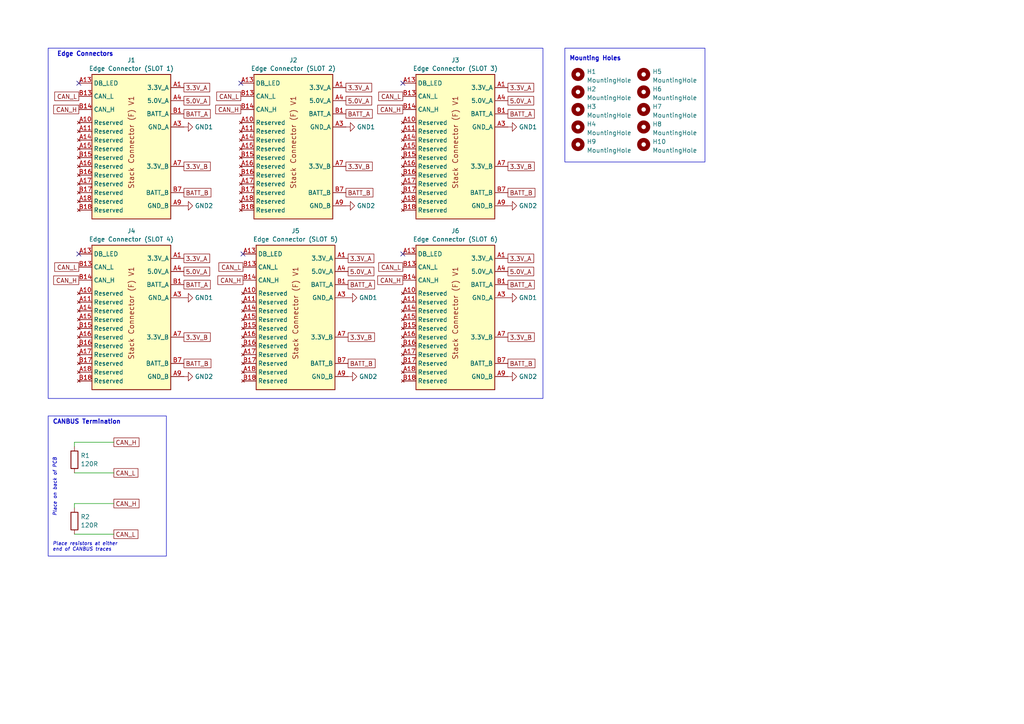
<source format=kicad_sch>
(kicad_sch (version 20230121) (generator eeschema)
  (paper "A4")
  (title_block (title "QRET 23-25 SRAD Backplane PCB") (date "2025-02-11") (rev "1.1") (company "Queen's Rocket Engineering Team") (comment 1 "Contributors: Kennan Bays, Owen Price") (comment 4 "GRID = 1.27mm"))
  (lib_symbols
    (symbol "Device:R" (pin_numbers hide) (pin_names (offset 0))
      (property "Reference" "R" (at 2.032 0 90))
      (property "Value" "R" (at 0 0 90))
      (symbol "R_0_1"
        (rectangle (start -1.016 -2.54) (end 1.016 2.54) (stroke (width 0.254)))
      )
      (symbol "R_1_1"
        (pin passive line (at 0 3.81 270) (length 1.27) (name "~") (number "1"))
        (pin passive line (at 0 -3.81 90) (length 1.27) (name "~") (number "2"))
      )
    )
    (symbol "EdgeConnector:Stack Female Edge Connector"
      (property "Reference" "J" (at -8.89 22.86 0))
      (property "Value" "Stack Female Edge Connector" (at 6.35 22.86 0))
      (symbol "Stack Female Edge Connector_0_1"
        (rectangle (start -11.43 21.59) (end 11.43 -20.32) (stroke (width 0.254)) (fill (type background)))
      )
      (symbol "Stack Female Edge Connector_1_1"
        (text "Stack Connector (F) V1" (at 0 1.905 900) (effects (font (size 1.5 1.5))))
        (pin power_in line (at 15.24 17.78 180) (length 3.81) (name "3.3V_A") (number "A1"))
        (pin no_connect line (at -15.24 7.62 0) (length 3.81) (name "Reserved") (number "A10"))
        (pin no_connect line (at -15.24 5.08 0) (length 3.81) (name "Reserved") (number "A11"))
        (pin passive line (at 15.24 -16.51 180) (length 3.81) hide (name "GND_B") (number "A12"))
        (pin output line (at -15.24 19.05 0) (length 3.81) (name "DB_LED") (number "A13"))
        (pin no_connect line (at -15.24 2.54 0) (length 3.81) (name "Reserved") (number "A14"))
        (pin no_connect line (at -15.24 0 0) (length 3.81) (name "Reserved") (number "A15"))
        (pin no_connect line (at -15.24 -5.08 0) (length 3.81) (name "Reserved") (number "A16"))
        (pin no_connect line (at -15.24 -10.16 0) (length 3.81) (name "Reserved") (number "A17"))
        (pin no_connect line (at -15.24 -15.24 0) (length 3.81) (name "Reserved") (number "A18"))
        (pin passive line (at 15.24 17.78 180) (length 3.81) hide (name "3.3V_A") (number "A2"))
        (pin power_out line (at 15.24 6.35 180) (length 3.81) (name "GND_A") (number "A3"))
        (pin power_in line (at 15.24 13.97 180) (length 3.81) (name "5.0V_A") (number "A4"))
        (pin power_in line (at 15.24 13.97 180) (length 3.81) hide (name "5.0V_A") (number "A5"))
        (pin passive line (at 15.24 6.35 180) (length 3.81) hide (name "GND_A") (number "A6"))
        (pin power_in line (at 15.24 -5.08 180) (length 3.81) (name "3.3V_B") (number "A7"))
        (pin passive line (at 15.24 -5.08 180) (length 3.81) hide (name "3.3V_B") (number "A8"))
        (pin power_out line (at 15.24 -16.51 180) (length 3.81) (name "GND_B") (number "A9"))
        (pin power_in line (at 15.24 10.16 180) (length 3.81) (name "BATT_A") (number "B1"))
        (pin passive line (at 15.24 -16.51 180) (length 3.81) hide (name "GND_B") (number "B10"))
        (pin passive line (at 15.24 -16.51 180) (length 3.81) hide (name "GND_B") (number "B11"))
        (pin passive line (at 15.24 -16.51 180) (length 3.81) hide (name "GND_B") (number "B12"))
        (pin bidirectional line (at -15.24 15.24 0) (length 3.81) (name "CAN_L") (number "B13"))
        (pin bidirectional line (at -15.24 11.43 0) (length 3.81) (name "CAN_H") (number "B14"))
        (pin no_connect line (at -15.24 -2.54 0) (length 3.81) (name "Reserved") (number "B15"))
        (pin no_connect line (at -15.24 -7.62 0) (length 3.81) (name "Reserved") (number "B16"))
        (pin no_connect line (at -15.24 -12.7 0) (length 3.81) (name "Reserved") (number "B17"))
        (pin no_connect line (at -15.24 -17.78 0) (length 3.81) (name "Reserved") (number "B18"))
        (pin passive line (at 15.24 10.16 180) (length 3.81) hide (name "BATT_A") (number "B2"))
        (pin passive line (at 15.24 10.16 180) (length 3.81) hide (name "BATT_A") (number "B3"))
        (pin passive line (at 15.24 6.35 180) (length 3.81) hide (name "GND_A") (number "B4"))
        (pin passive line (at 15.24 6.35 180) (length 3.81) hide (name "GND_A") (number "B5"))
        (pin passive line (at 15.24 6.35 180) (length 3.81) hide (name "GND_A") (number "B6"))
        (pin power_in line (at 15.24 -12.7 180) (length 3.81) (name "BATT_B") (number "B7"))
        (pin passive line (at 15.24 -12.7 180) (length 3.81) hide (name "BATT_B") (number "B8"))
        (pin passive line (at 15.24 -12.7 180) (length 3.81) hide (name "BATT_B") (number "B9"))
      )
    )
    (symbol "Mechanical:MountingHole" (pin_names (offset 1.016))
      (property "Reference" "H" (at 0 5.08 0))
      (property "Value" "MountingHole" (at 0 3.175 0))
      (symbol "MountingHole_0_1"
        (circle (center 0 0) (radius 1.27) (stroke (width 1.27)))
      )
    )
    (symbol "power:GND1" (power) (pin_names (offset 0))
      (property "Value" "GND1" (at 0 -3.81 0))
      (symbol "GND1_0_1"
        (polyline (pts (xy 0 0) (xy 0 -1.27) (xy 1.27 -1.27) (xy 0 -2.54) (xy -1.27 -1.27) (xy 0 -1.27)))
      )
      (symbol "GND1_1_1"
        (pin power_in line (at 0 0 270) (length 0) hide (name "GND1") (number "1"))
      )
    )
    (symbol "power:GND2" (power) (pin_names (offset 0))
      (property "Value" "GND2" (at 0 -3.81 0))
      (symbol "GND2_0_1"
        (polyline (pts (xy 0 0) (xy 0 -1.27) (xy 1.27 -1.27) (xy 0 -2.54) (xy -1.27 -1.27) (xy 0 -1.27)))
      )
      (symbol "GND2_1_1"
        (pin power_in line (at 0 0 270) (length 0) hide (name "GND2") (number "1"))
      )
    )
  )
  (no_connect (at 22.86 24.13))
  (no_connect (at 70.485 73.66))
  (no_connect (at 69.85 24.13))
  (no_connect (at 116.84 73.66))
  (no_connect (at 116.84 24.13))
  (no_connect (at 22.86 73.66))
  (wire (pts (xy 21.59 137.16) (xy 33.02 137.16)))
  (wire (pts (xy 21.59 128.27) (xy 21.59 129.54)))
  (wire (pts (xy 21.59 128.27) (xy 33.02 128.27)))
  (wire (pts (xy 21.59 154.94) (xy 33.02 154.94)))
  (wire (pts (xy 21.59 146.05) (xy 33.02 146.05)))
  (wire (pts (xy 21.59 146.05) (xy 21.59 147.32)))
  (rectangle (start 13.97 13.97) (end 157.48 115.57))
  (rectangle (start 13.97 120.65) (end 48.26 161.29))
  (rectangle (start 163.83 13.97) (end 204.47 46.99))
  (text "CANBUS Termination" (at 15.24 123.19 0) (effects (font (size 1.27 1.27) (thickness 0.254) bold) (justify left bottom)))
  (text "Place resistors at either\nend of CANBUS traces" (at 15.24 160.02 0) (effects (font (size 1 1) italic) (justify left bottom)))
  (text "Mounting Holes" (at 165.1 17.78 0) (effects (font (size 1.27 1.27) (thickness 0.254) bold) (justify left bottom)))
  (text "Edge Connectors" (at 16.51 16.51 0) (effects (font (size 1.27 1.27) (thickness 0.254) bold) (justify left bottom)))
  (text "Place on back of PCB" (at 16.51 149.86 90) (effects (font (size 1 1) italic) (justify left bottom)))
  (global_label "3.3V_B" (shape passive) (at 53.34 97.79 0) (property "Intersheetrefs" "${INTERSHEET_REFS}" (effects hide)))
  (global_label "3.3V_A" (shape passive) (at 53.34 25.4 0) (property "Intersheetrefs" "${INTERSHEET_REFS}" (effects hide)))
  (global_label "3.3V_B" (shape passive) (at 147.32 97.79 0) (property "Intersheetrefs" "${INTERSHEET_REFS}" (effects hide)))
  (global_label "CAN_L" (shape passive) (at 70.485 77.47 180) (property "Intersheetrefs" "${INTERSHEET_REFS}" (effects hide)))
  (global_label "CAN_L" (shape passive) (at 69.85 27.94 180) (property "Intersheetrefs" "${INTERSHEET_REFS}" (effects hide)))
  (global_label "CAN_H" (shape passive) (at 22.86 31.75 180) (property "Intersheetrefs" "${INTERSHEET_REFS}" (effects hide)))
  (global_label "BATT_A" (shape passive) (at 100.965 82.55 0) (property "Intersheetrefs" "${INTERSHEET_REFS}" (effects hide)))
  (global_label "BATT_A" (shape passive) (at 53.34 82.55 0) (property "Intersheetrefs" "${INTERSHEET_REFS}" (effects hide)))
  (global_label "BATT_B" (shape passive) (at 147.32 55.88 0) (property "Intersheetrefs" "${INTERSHEET_REFS}" (effects hide)))
  (global_label "CAN_H" (shape passive) (at 70.485 81.28 180) (property "Intersheetrefs" "${INTERSHEET_REFS}" (effects hide)))
  (global_label "BATT_B" (shape passive) (at 100.33 55.88 0) (property "Intersheetrefs" "${INTERSHEET_REFS}" (effects hide)))
  (global_label "CAN_H" (shape passive) (at 116.84 31.75 180) (property "Intersheetrefs" "${INTERSHEET_REFS}" (effects hide)))
  (global_label "3.3V_A" (shape passive) (at 53.34 74.93 0) (property "Intersheetrefs" "${INTERSHEET_REFS}" (effects hide)))
  (global_label "CAN_L" (shape passive) (at 33.02 137.16 0) (property "Intersheetrefs" "${INTERSHEET_REFS}" (effects hide)))
  (global_label "CAN_H" (shape passive) (at 33.02 146.05 0) (property "Intersheetrefs" "${INTERSHEET_REFS}" (effects hide)))
  (global_label "3.3V_A" (shape passive) (at 147.32 74.93 0) (property "Intersheetrefs" "${INTERSHEET_REFS}" (effects hide)))
  (global_label "3.3V_B" (shape passive) (at 100.965 97.79 0) (property "Intersheetrefs" "${INTERSHEET_REFS}" (effects hide)))
  (global_label "BATT_A" (shape passive) (at 147.32 82.55 0) (property "Intersheetrefs" "${INTERSHEET_REFS}" (effects hide)))
  (global_label "3.3V_B" (shape passive) (at 147.32 48.26 0) (property "Intersheetrefs" "${INTERSHEET_REFS}" (effects hide)))
  (global_label "5.0V_A" (shape passive) (at 53.34 29.21 0) (property "Intersheetrefs" "${INTERSHEET_REFS}" (effects hide)))
  (global_label "BATT_B" (shape passive) (at 147.32 105.41 0) (property "Intersheetrefs" "${INTERSHEET_REFS}" (effects hide)))
  (global_label "BATT_A" (shape passive) (at 53.34 33.02 0) (property "Intersheetrefs" "${INTERSHEET_REFS}" (effects hide)))
  (global_label "CAN_H" (shape passive) (at 69.85 31.75 180) (property "Intersheetrefs" "${INTERSHEET_REFS}" (effects hide)))
  (global_label "CAN_L" (shape passive) (at 22.86 77.47 180) (property "Intersheetrefs" "${INTERSHEET_REFS}" (effects hide)))
  (global_label "5.0V_A" (shape passive) (at 100.965 78.74 0) (property "Intersheetrefs" "${INTERSHEET_REFS}" (effects hide)))
  (global_label "5.0V_A" (shape passive) (at 147.32 29.21 0) (property "Intersheetrefs" "${INTERSHEET_REFS}" (effects hide)))
  (global_label "CAN_L" (shape passive) (at 33.02 154.94 0) (property "Intersheetrefs" "${INTERSHEET_REFS}" (effects hide)))
  (global_label "5.0V_A" (shape passive) (at 53.34 78.74 0) (property "Intersheetrefs" "${INTERSHEET_REFS}" (effects hide)))
  (global_label "BATT_A" (shape passive) (at 147.32 33.02 0) (property "Intersheetrefs" "${INTERSHEET_REFS}" (effects hide)))
  (global_label "CAN_H" (shape passive) (at 22.86 81.28 180) (property "Intersheetrefs" "${INTERSHEET_REFS}" (effects hide)))
  (global_label "3.3V_B" (shape passive) (at 53.34 48.26 0) (property "Intersheetrefs" "${INTERSHEET_REFS}" (effects hide)))
  (global_label "5.0V_A" (shape passive) (at 100.33 29.21 0) (property "Intersheetrefs" "${INTERSHEET_REFS}" (effects hide)))
  (global_label "BATT_B" (shape passive) (at 100.965 105.41 0) (property "Intersheetrefs" "${INTERSHEET_REFS}" (effects hide)))
  (global_label "CAN_H" (shape passive) (at 116.84 81.28 180) (property "Intersheetrefs" "${INTERSHEET_REFS}" (effects hide)))
  (global_label "3.3V_A" (shape passive) (at 100.33 25.4 0) (property "Intersheetrefs" "${INTERSHEET_REFS}" (effects hide)))
  (global_label "CAN_L" (shape passive) (at 22.86 27.94 180) (property "Intersheetrefs" "${INTERSHEET_REFS}" (effects hide)))
  (global_label "CAN_L" (shape passive) (at 116.84 27.94 180) (property "Intersheetrefs" "${INTERSHEET_REFS}" (effects hide)))
  (global_label "3.3V_B" (shape passive) (at 100.33 48.26 0) (property "Intersheetrefs" "${INTERSHEET_REFS}" (effects hide)))
  (global_label "BATT_B" (shape passive) (at 53.34 55.88 0) (property "Intersheetrefs" "${INTERSHEET_REFS}" (effects hide)))
  (global_label "CAN_L" (shape passive) (at 116.84 77.47 180) (property "Intersheetrefs" "${INTERSHEET_REFS}" (effects hide)))
  (global_label "5.0V_A" (shape passive) (at 147.32 78.74 0) (property "Intersheetrefs" "${INTERSHEET_REFS}" (effects hide)))
  (global_label "3.3V_A" (shape passive) (at 147.32 25.4 0) (property "Intersheetrefs" "${INTERSHEET_REFS}" (effects hide)))
  (global_label "3.3V_A" (shape passive) (at 100.965 74.93 0) (property "Intersheetrefs" "${INTERSHEET_REFS}" (effects hide)))
  (global_label "CAN_H" (shape passive) (at 33.02 128.27 0) (property "Intersheetrefs" "${INTERSHEET_REFS}" (effects hide)))
  (global_label "BATT_B" (shape passive) (at 53.34 105.41 0) (property "Intersheetrefs" "${INTERSHEET_REFS}" (effects hide)))
  (global_label "BATT_A" (shape passive) (at 100.33 33.02 0) (property "Intersheetrefs" "${INTERSHEET_REFS}" (effects hide)))
  (symbol (lib_id "power:GND2") (at 147.32 59.69 90) (unit 1)
    (property "Reference" "#PWR06" (effects hide))
    (property "Value" "GND2" (at 150.495 59.69 90) (effects (justify right)))
  )
  (symbol (lib_id "Device:R") (at 21.59 151.13 0) (unit 1)
    (property "Reference" "R2" (at 23.368 149.9179 0) (effects (justify left)))
    (property "Value" "120R" (at 23.368 152.3421 0) (effects (justify left)))
    (property "Footprint" "Resistor_SMD:R_0805_2012Metric_Pad1.20x1.40mm_HandSolder" (effects hide))
    (property "Digikey" "A129738CT-ND" (effects hide))
  )
  (symbol (lib_id "Mechanical:MountingHole") (at 167.64 31.75 0) (unit 1) (in_bom no)
    (property "Reference" "H3" (at 170.18 30.9153 0) (effects (justify left)))
    (property "Value" "MountingHole" (at 170.18 33.4522 0) (effects (justify left)))
    (property "Footprint" "MountingHole:MountingHole_3.2mm_M3_ISO14580_Pad" (effects hide))
  )
  (symbol (lib_id "Mechanical:MountingHole") (at 186.69 41.91 0) (unit 1) (in_bom no)
    (property "Reference" "H10" (at 189.23 41.0753 0) (effects (justify left)))
    (property "Value" "MountingHole" (at 189.23 43.6122 0) (effects (justify left)))
    (property "Footprint" "MountingHole:MountingHole_3.2mm_M3_ISO14580_Pad" (effects hide))
  )
  (symbol (lib_id "power:GND1") (at 53.34 36.83 90) (unit 1)
    (property "Reference" "#PWR01" (effects hide))
    (property "Value" "GND1" (at 56.515 36.83 90) (effects (justify right)))
  )
  (symbol (lib_id "Mechanical:MountingHole") (at 186.69 26.67 0) (unit 1) (in_bom no)
    (property "Reference" "H6" (at 189.23 25.8353 0) (effects (justify left)))
    (property "Value" "MountingHole" (at 189.23 28.3722 0) (effects (justify left)))
    (property "Footprint" "MountingHole:MountingHole_3.2mm_M3_ISO14580_Pad" (effects hide))
  )
  (symbol (lib_id "Mechanical:MountingHole") (at 167.64 41.91 0) (unit 1) (in_bom no)
    (property "Reference" "H9" (at 170.18 41.0753 0) (effects (justify left)))
    (property "Value" "MountingHole" (at 170.18 43.6122 0) (effects (justify left)))
    (property "Footprint" "MountingHole:MountingHole_3.2mm_M3_ISO14580_Pad" (effects hide))
  )
  (symbol (lib_id "EdgeConnector:Stack Female Edge Connector") (at 85.725 92.71 0) (unit 1)
    (property "Reference" "J5" (at 85.725 66.9757 0))
    (property "Value" "Edge Connector (SLOT 5)" (at 85.725 69.3999 0))
    (property "Footprint" "footprints:AMPHENOL_10018784-10210TLF" (effects hide))
    (property "Datasheet" "https://cdn.amphenol-cs.com/media/wysiwyg/files/documentation/datasheet/boardwiretoboard/bwb_pcie_cardedge.pdf" (effects hide))
    (property "Digikey" "609-2029-ND" (effects hide))
    (property "Model" "10018784-10210TLF" (effects hide))
  )
  (symbol (lib_id "Mechanical:MountingHole") (at 186.69 31.75 0) (unit 1) (in_bom no)
    (property "Reference" "H7" (at 189.23 30.9153 0) (effects (justify left)))
    (property "Value" "MountingHole" (at 189.23 33.4522 0) (effects (justify left)))
    (property "Footprint" "MountingHole:MountingHole_3.2mm_M3_ISO14580_Pad" (effects hide))
  )
  (symbol (lib_id "Mechanical:MountingHole") (at 167.64 26.67 0) (unit 1) (in_bom no)
    (property "Reference" "H2" (at 170.18 25.8353 0) (effects (justify left)))
    (property "Value" "MountingHole" (at 170.18 28.3722 0) (effects (justify left)))
    (property "Footprint" "MountingHole:MountingHole_3.2mm_M3_ISO14580_Pad" (effects hide))
  )
  (symbol (lib_id "power:GND1") (at 100.965 86.36 90) (unit 1)
    (property "Reference" "#PWR09" (effects hide))
    (property "Value" "GND1" (at 104.14 86.36 90) (effects (justify right)))
  )
  (symbol (lib_id "EdgeConnector:Stack Female Edge Connector") (at 132.08 43.18 0) (unit 1)
    (property "Reference" "J3" (at 132.08 17.4457 0))
    (property "Value" "Edge Connector (SLOT 3)" (at 132.08 19.8699 0))
    (property "Footprint" "footprints:AMPHENOL_10018784-10210TLF" (effects hide))
    (property "Datasheet" "https://cdn.amphenol-cs.com/media/wysiwyg/files/documentation/datasheet/boardwiretoboard/bwb_pcie_cardedge.pdf" (effects hide))
    (property "Digikey" "609-2029-ND" (effects hide))
    (property "Model" "10018784-10210TLF" (effects hide))
  )
  (symbol (lib_id "EdgeConnector:Stack Female Edge Connector") (at 85.09 43.18 0) (unit 1)
    (property "Reference" "J2" (at 85.09 17.4457 0))
    (property "Value" "Edge Connector (SLOT 2)" (at 85.09 19.8699 0))
    (property "Footprint" "footprints:AMPHENOL_10018784-10210TLF" (effects hide))
    (property "Datasheet" "https://cdn.amphenol-cs.com/media/wysiwyg/files/documentation/datasheet/boardwiretoboard/bwb_pcie_cardedge.pdf" (effects hide))
    (property "Digikey" "609-2029-ND" (effects hide))
    (property "Model" "10018784-10210TLF" (effects hide))
  )
  (symbol (lib_id "EdgeConnector:Stack Female Edge Connector") (at 38.1 43.18 0) (unit 1)
    (property "Reference" "J1" (at 38.1 17.4457 0))
    (property "Value" "Edge Connector (SLOT 1)" (at 38.1 19.8699 0))
    (property "Footprint" "footprints:AMPHENOL_10018784-10210TLF" (effects hide))
    (property "Datasheet" "https://cdn.amphenol-cs.com/media/wysiwyg/files/documentation/datasheet/boardwiretoboard/bwb_pcie_cardedge.pdf" (effects hide))
    (property "Digikey" "609-2029-ND" (effects hide))
    (property "Model" "10018784-10210TLF" (effects hide))
  )
  (symbol (lib_id "power:GND2") (at 53.34 109.22 90) (unit 1)
    (property "Reference" "#PWR08" (effects hide))
    (property "Value" "GND2" (at 56.515 109.22 90) (effects (justify right)))
  )
  (symbol (lib_id "Mechanical:MountingHole") (at 167.64 36.83 0) (unit 1) (in_bom no)
    (property "Reference" "H4" (at 170.18 35.9953 0) (effects (justify left)))
    (property "Value" "MountingHole" (at 170.18 38.5322 0) (effects (justify left)))
    (property "Footprint" "MountingHole:MountingHole_3.2mm_M3_ISO14580_Pad" (effects hide))
  )
  (symbol (lib_id "power:GND2") (at 100.965 109.22 90) (unit 1)
    (property "Reference" "#PWR010" (effects hide))
    (property "Value" "GND2" (at 104.14 109.22 90) (effects (justify right)))
  )
  (symbol (lib_id "power:GND1") (at 53.34 86.36 90) (unit 1)
    (property "Reference" "#PWR07" (effects hide))
    (property "Value" "GND1" (at 56.515 86.36 90) (effects (justify right)))
  )
  (symbol (lib_id "EdgeConnector:Stack Female Edge Connector") (at 132.08 92.71 0) (unit 1)
    (property "Reference" "J6" (at 132.08 66.9757 0))
    (property "Value" "Edge Connector (SLOT 6)" (at 132.08 69.3999 0))
    (property "Footprint" "footprints:AMPHENOL_10018784-10210TLF" (effects hide))
    (property "Datasheet" "https://cdn.amphenol-cs.com/media/wysiwyg/files/documentation/datasheet/boardwiretoboard/bwb_pcie_cardedge.pdf" (effects hide))
    (property "Digikey" "609-2029-ND" (effects hide))
    (property "Model" "10018784-10210TLF" (effects hide))
  )
  (symbol (lib_id "EdgeConnector:Stack Female Edge Connector") (at 38.1 92.71 0) (unit 1)
    (property "Reference" "J4" (at 38.1 66.9757 0))
    (property "Value" "Edge Connector (SLOT 4)" (at 38.1 69.3999 0))
    (property "Footprint" "footprints:AMPHENOL_10018784-10210TLF" (effects hide))
    (property "Datasheet" "https://cdn.amphenol-cs.com/media/wysiwyg/files/documentation/datasheet/boardwiretoboard/bwb_pcie_cardedge.pdf" (effects hide))
    (property "Digikey" "609-2029-ND" (effects hide))
    (property "Model" "10018784-10210TLF" (effects hide))
  )
  (symbol (lib_id "power:GND2") (at 53.34 59.69 90) (unit 1)
    (property "Reference" "#PWR02" (effects hide))
    (property "Value" "GND2" (at 56.515 59.69 90) (effects (justify right)))
  )
  (symbol (lib_id "Device:R") (at 21.59 133.35 0) (unit 1)
    (property "Reference" "R1" (at 23.368 132.1379 0) (effects (justify left)))
    (property "Value" "120R" (at 23.368 134.5621 0) (effects (justify left)))
    (property "Footprint" "Resistor_SMD:R_0805_2012Metric_Pad1.20x1.40mm_HandSolder" (effects hide))
    (property "Digikey" "A129738CT-ND" (effects hide))
  )
  (symbol (lib_id "power:GND1") (at 147.32 86.36 90) (unit 1)
    (property "Reference" "#PWR011" (effects hide))
    (property "Value" "GND1" (at 150.495 86.36 90) (effects (justify right)))
  )
  (symbol (lib_id "Mechanical:MountingHole") (at 167.64 21.59 0) (unit 1) (in_bom no)
    (property "Reference" "H1" (at 170.18 20.7553 0) (effects (justify left)))
    (property "Value" "MountingHole" (at 170.18 23.2922 0) (effects (justify left)))
    (property "Footprint" "MountingHole:MountingHole_3.2mm_M3_ISO14580_Pad" (effects hide))
  )
  (symbol (lib_id "Mechanical:MountingHole") (at 186.69 21.59 0) (unit 1) (in_bom no)
    (property "Reference" "H5" (at 189.23 20.7553 0) (effects (justify left)))
    (property "Value" "MountingHole" (at 189.23 23.2922 0) (effects (justify left)))
    (property "Footprint" "MountingHole:MountingHole_3.2mm_M3_ISO14580_Pad" (effects hide))
  )
  (symbol (lib_id "Mechanical:MountingHole") (at 186.69 36.83 0) (unit 1) (in_bom no)
    (property "Reference" "H8" (at 189.23 35.9953 0) (effects (justify left)))
    (property "Value" "MountingHole" (at 189.23 38.5322 0) (effects (justify left)))
    (property "Footprint" "MountingHole:MountingHole_3.2mm_M3_ISO14580_Pad" (effects hide))
  )
  (symbol (lib_id "power:GND1") (at 100.33 36.83 90) (unit 1)
    (property "Reference" "#PWR03" (effects hide))
    (property "Value" "GND1" (at 103.505 36.83 90) (effects (justify right)))
  )
  (symbol (lib_id "power:GND1") (at 147.32 36.83 90) (unit 1)
    (property "Reference" "#PWR05" (effects hide))
    (property "Value" "GND1" (at 150.495 36.83 90) (effects (justify right)))
  )
  (symbol (lib_id "power:GND2") (at 147.32 109.22 90) (unit 1)
    (property "Reference" "#PWR012" (effects hide))
    (property "Value" "GND2" (at 150.495 109.22 90) (effects (justify right)))
  )
  (symbol (lib_id "power:GND2") (at 100.33 59.69 90) (unit 1)
    (property "Reference" "#PWR04" (effects hide))
    (property "Value" "GND2" (at 103.505 59.69 90) (effects (justify right)))
  )
)
</source>
